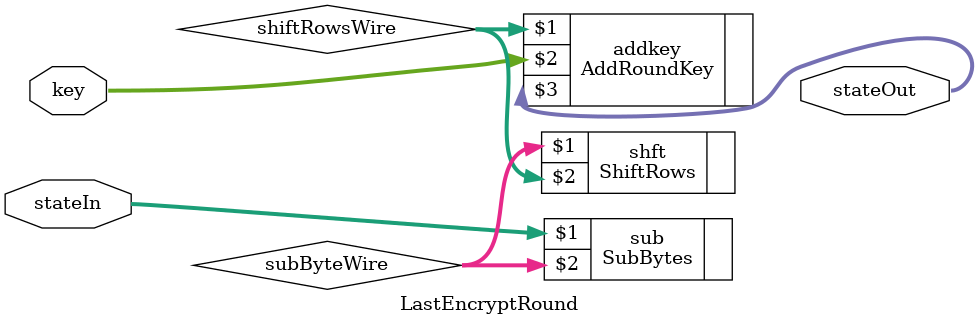
<source format=v>
module EncryptRound(stateIn,key,stateOut);
	input [127:0] stateIn;
	input [127:0] key;
	output [127:0] stateOut;

	wire [127:0] subByteWire;
	wire [127:0] shiftRowsWire;
	wire [127:0] mixColumnsWire;

	SubBytes sub(stateIn,subByteWire);
	ShiftRows shft(subByteWire,shiftRowsWire);	
	MixColumns mix(shiftRowsWire,mixColumnsWire);	
	AddRoundKey addkey(mixColumnsWire,key,stateOut);

endmodule 



module LastEncryptRound(stateIn,key,stateOut);
	input [127:0] stateIn;
	input [127:0] key;
	output [127:0] stateOut;

	wire [127:0] subByteWire;
	wire [127:0] shiftRowsWire;

	SubBytes sub(stateIn,subByteWire);
	ShiftRows shft(subByteWire,shiftRowsWire);	
	AddRoundKey addkey(shiftRowsWire,key,stateOut);

endmodule 
</source>
